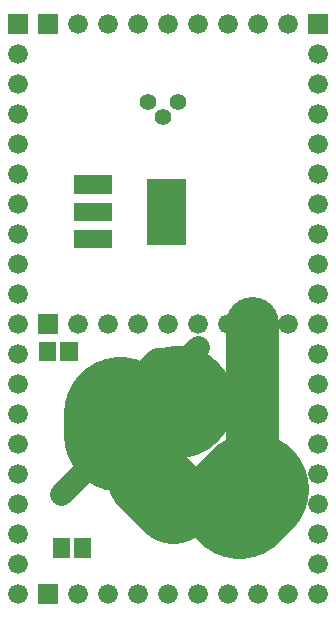
<source format=gbr>
G04 start of page 7 for group -4062 idx -4062 *
G04 Title: (unknown), soldermask *
G04 Creator: pcb 20140316 *
G04 CreationDate: Fri 17 Jul 2015 04:33:48 PM GMT UTC *
G04 For: fosse *
G04 Format: Gerber/RS-274X *
G04 PCB-Dimensions (mil): 3250.00 2150.00 *
G04 PCB-Coordinate-Origin: lower left *
%MOIN*%
%FSLAX25Y25*%
%LNBOTTOMMASK*%
%ADD72C,0.2750*%
%ADD71R,0.0572X0.0572*%
%ADD70R,0.1280X0.1280*%
%ADD69R,0.0620X0.0620*%
%ADD68C,0.0750*%
%ADD67C,0.1750*%
%ADD66C,0.0560*%
%ADD65C,0.3750*%
%ADD64C,0.1560*%
%ADD63C,0.0001*%
%ADD62C,0.0660*%
G54D62*X110500Y125500D03*
Y115500D03*
Y105500D03*
Y95500D03*
Y85500D03*
X90500Y105500D03*
X100500D03*
X110500Y175500D03*
Y165500D03*
Y155500D03*
Y145500D03*
G54D63*G36*
X107200Y208800D02*Y202200D01*
X113800D01*
Y208800D01*
X107200D01*
G37*
G54D62*X110500Y195500D03*
Y185500D03*
Y135500D03*
X90500Y205500D03*
X100500D03*
X110500Y75500D03*
Y65500D03*
Y55500D03*
Y45500D03*
Y35500D03*
Y25500D03*
Y15500D03*
X80500D03*
X90500D03*
X100500D03*
G54D63*G36*
X17200Y18800D02*Y12200D01*
X23800D01*
Y18800D01*
X17200D01*
G37*
G54D62*X30500Y15500D03*
X40500D03*
X50500D03*
X60500D03*
X70500D03*
X10500Y25500D03*
Y15500D03*
G54D63*G36*
X17200Y108800D02*Y102200D01*
X23800D01*
Y108800D01*
X17200D01*
G37*
G54D62*X30500Y105500D03*
X60500D03*
X70500D03*
X80500D03*
G54D64*X54000Y79500D03*
G54D65*X64000D03*
G54D64*X59000Y74500D03*
G54D62*X10500Y145500D03*
Y135500D03*
Y125500D03*
Y115500D03*
Y105500D03*
Y95500D03*
Y85500D03*
Y75500D03*
Y65500D03*
Y55500D03*
Y45500D03*
Y35500D03*
X40500Y105500D03*
Y205500D03*
X50500Y105500D03*
G54D63*G36*
X17200Y208800D02*Y202200D01*
X23800D01*
Y208800D01*
X17200D01*
G37*
G54D62*X30500Y205500D03*
G54D63*G36*
X7200Y208800D02*Y202200D01*
X13800D01*
Y208800D01*
X7200D01*
G37*
G54D62*X10500Y195500D03*
Y185500D03*
Y175500D03*
Y165500D03*
Y155500D03*
X50500Y205500D03*
X60500D03*
X70500D03*
X80500D03*
G54D66*X54000Y179500D03*
X64000D03*
X59000Y174500D03*
G54D65*X84250Y46250D02*X88500Y50500D01*
G54D67*X62250Y46250D02*X84250D01*
X88500Y106000D02*Y50500D01*
G54D68*X66500Y94000D02*X70500Y98000D01*
G54D69*X32300Y134000D02*X38900D01*
X32300Y143000D02*X38900D01*
X32300Y152100D02*X38900D01*
G54D70*X60000Y147500D02*Y138500D01*
G54D68*X46500Y83500D02*X50000Y87000D01*
G54D71*X20457Y96893D02*Y96107D01*
X27543Y96893D02*Y96107D01*
G54D68*X46500Y83500D02*X57000Y94000D01*
X66500D01*
G54D71*X24957Y31393D02*Y30607D01*
X32043Y31393D02*Y30607D01*
G54D68*X25000Y49000D02*X44500Y68500D01*
G54D72*X54000Y54500D02*X62250Y46250D01*
G54D68*X54000Y64500D02*Y54500D01*
G54D65*X44500Y76000D02*Y68500D01*
M02*

</source>
